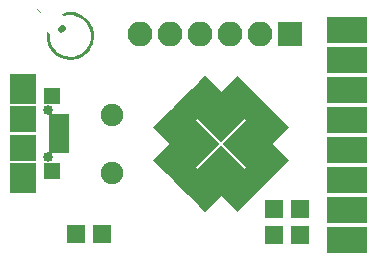
<source format=gts>
%TF.GenerationSoftware,KiCad,Pcbnew,4.0.7*%
%TF.CreationDate,2017-12-01T19:39:18+08:00*%
%TF.ProjectId,ST-Link V2.1,53542D4C696E6B2056322E312E6B6963,rev?*%
%TF.FileFunction,Soldermask,Top*%
%FSLAX46Y46*%
G04 Gerber Fmt 4.6, Leading zero omitted, Abs format (unit mm)*
G04 Created by KiCad (PCBNEW 4.0.7) date 12/01/17 19:39:18*
%MOMM*%
%LPD*%
G01*
G04 APERTURE LIST*
%ADD10C,0.100000*%
%ADD11C,1.900000*%
%ADD12R,2.100000X2.100000*%
%ADD13O,2.100000X2.100000*%
%ADD14R,1.600000X1.600000*%
%ADD15R,2.300000X2.650000*%
%ADD16R,1.400000X1.400000*%
%ADD17C,0.850000*%
%ADD18R,1.750000X0.800000*%
%ADD19R,2.300000X2.300000*%
G04 APERTURE END LIST*
D10*
G36*
X5273082Y-2362661D02*
X5208482Y-2555491D01*
X5238166Y-2715491D01*
X5337701Y-2827916D01*
X5482650Y-2878022D01*
X5648577Y-2851063D01*
X5811049Y-2732295D01*
X5876054Y-2531224D01*
X5841065Y-2370174D01*
X5734677Y-2260968D01*
X5585486Y-2215431D01*
X5422089Y-2245387D01*
X5273082Y-2362661D01*
X5273082Y-2362661D01*
G37*
G36*
X5749180Y-1468164D02*
X5546869Y-1261193D01*
X5760037Y-1192174D01*
X5973234Y-1149508D01*
X6185087Y-1131924D01*
X6394225Y-1138151D01*
X6599275Y-1166917D01*
X6798864Y-1216952D01*
X6991619Y-1286985D01*
X7176168Y-1375743D01*
X7351139Y-1481957D01*
X7515159Y-1604356D01*
X7666856Y-1741667D01*
X7804856Y-1892621D01*
X7927788Y-2055946D01*
X8034279Y-2230370D01*
X8122956Y-2414624D01*
X8192447Y-2607435D01*
X8241380Y-2807533D01*
X8268381Y-3013646D01*
X8272079Y-3224504D01*
X8251100Y-3438836D01*
X8204072Y-3655370D01*
X8129623Y-3872835D01*
X8026380Y-4089960D01*
X7892971Y-4305475D01*
X7748750Y-4491403D01*
X7592132Y-4653913D01*
X7424711Y-4793493D01*
X7248083Y-4910633D01*
X7063840Y-5005825D01*
X6873577Y-5079558D01*
X6678889Y-5132322D01*
X6481368Y-5164608D01*
X6282608Y-5176905D01*
X6084205Y-5169704D01*
X5887752Y-5143494D01*
X5694843Y-5098767D01*
X5507072Y-5036011D01*
X5326034Y-4955718D01*
X5153321Y-4858377D01*
X4990528Y-4744479D01*
X4839250Y-4614513D01*
X4701080Y-4468970D01*
X4577612Y-4308340D01*
X4470441Y-4133113D01*
X4381160Y-3943780D01*
X4311363Y-3740829D01*
X4262645Y-3524752D01*
X4236599Y-3296039D01*
X4234820Y-3055180D01*
X4258901Y-2802664D01*
X4494311Y-2982435D01*
X4484653Y-3195567D01*
X4501415Y-3402761D01*
X4542847Y-3602624D01*
X4607198Y-3793761D01*
X4692717Y-3974776D01*
X4797655Y-4144277D01*
X4920260Y-4300867D01*
X5058783Y-4443152D01*
X5211473Y-4569737D01*
X5376579Y-4679229D01*
X5552352Y-4770231D01*
X5737040Y-4841351D01*
X5928894Y-4891192D01*
X6126163Y-4918360D01*
X6327096Y-4921461D01*
X6529944Y-4899100D01*
X6732955Y-4849883D01*
X6934379Y-4772414D01*
X7132467Y-4665299D01*
X7325467Y-4527143D01*
X7511629Y-4356552D01*
X7689203Y-4152132D01*
X7811643Y-3941284D01*
X7902491Y-3727306D01*
X7963163Y-3512065D01*
X7995075Y-3297427D01*
X7999640Y-3085259D01*
X7978275Y-2877426D01*
X7932396Y-2675795D01*
X7863418Y-2482233D01*
X7772756Y-2298605D01*
X7661826Y-2126779D01*
X7532044Y-1968620D01*
X7384824Y-1825994D01*
X7221582Y-1700769D01*
X7043734Y-1594810D01*
X6852695Y-1509983D01*
X6649881Y-1448156D01*
X6436707Y-1411194D01*
X6214588Y-1400964D01*
X5984941Y-1419332D01*
X5749180Y-1468164D01*
X5749180Y-1468164D01*
G37*
G36*
X3719219Y-1181845D02*
X3115430Y-651689D01*
X3792850Y-1093487D01*
X3719218Y-1181849D01*
X3719219Y-1181845D01*
X3719219Y-1181845D01*
G37*
D11*
X9798600Y-14762400D03*
X9798600Y-9882400D03*
D10*
G36*
X28000000Y-3770000D02*
X28000000Y-1570000D01*
X31400000Y-1570000D01*
X31400000Y-3770000D01*
X28000000Y-3770000D01*
X28000000Y-3770000D01*
G37*
G36*
X28000000Y-6310000D02*
X28000000Y-4110000D01*
X31400000Y-4110000D01*
X31400000Y-6310000D01*
X28000000Y-6310000D01*
X28000000Y-6310000D01*
G37*
G36*
X28000000Y-8850000D02*
X28000000Y-6650000D01*
X31400000Y-6650000D01*
X31400000Y-8850000D01*
X28000000Y-8850000D01*
X28000000Y-8850000D01*
G37*
G36*
X28000000Y-11390000D02*
X28000000Y-9190000D01*
X31400000Y-9190000D01*
X31400000Y-11390000D01*
X28000000Y-11390000D01*
X28000000Y-11390000D01*
G37*
G36*
X28000000Y-13930000D02*
X28000000Y-11730000D01*
X31400000Y-11730000D01*
X31400000Y-13930000D01*
X28000000Y-13930000D01*
X28000000Y-13930000D01*
G37*
G36*
X28000000Y-16470000D02*
X28000000Y-14270000D01*
X31400000Y-14270000D01*
X31400000Y-16470000D01*
X28000000Y-16470000D01*
X28000000Y-16470000D01*
G37*
G36*
X28000000Y-19010000D02*
X28000000Y-16810000D01*
X31400000Y-16810000D01*
X31400000Y-19010000D01*
X28000000Y-19010000D01*
X28000000Y-19010000D01*
G37*
G36*
X28000000Y-21550000D02*
X28000000Y-19350000D01*
X31400000Y-19350000D01*
X31400000Y-21550000D01*
X28000000Y-21550000D01*
X28000000Y-21550000D01*
G37*
D12*
X24835400Y-3027600D03*
D13*
X22295400Y-3027600D03*
X19755400Y-3027600D03*
X17215400Y-3027600D03*
X14675400Y-3027600D03*
X12135400Y-3027600D03*
D14*
X8892000Y-19918600D03*
X6692000Y-19918600D03*
X25680912Y-20006150D03*
X25680912Y-17806150D03*
X23523600Y-20027000D03*
X23523600Y-17827000D03*
D15*
X2200000Y-7650000D03*
X2200000Y-15200000D03*
D16*
X4650000Y-8275000D03*
X4650000Y-14575000D03*
D17*
X4350000Y-9425000D03*
X4350000Y-13425000D03*
D18*
X5300000Y-10125000D03*
X5300000Y-10775000D03*
X5300000Y-11425000D03*
X5300000Y-12075000D03*
X5300000Y-12725000D03*
D19*
X2200000Y-12625000D03*
X2200000Y-10225000D03*
D10*
G36*
X14773553Y-12409128D02*
X13253274Y-10888849D01*
X13748249Y-10393874D01*
X15268528Y-11914153D01*
X14773553Y-12409128D01*
X14773553Y-12409128D01*
G37*
G36*
X15127106Y-12055575D02*
X13606827Y-10535296D01*
X14101802Y-10040321D01*
X15622081Y-11560600D01*
X15127106Y-12055575D01*
X15127106Y-12055575D01*
G37*
G36*
X15480660Y-11702021D02*
X13960381Y-10181742D01*
X14455356Y-9686767D01*
X15975635Y-11207046D01*
X15480660Y-11702021D01*
X15480660Y-11702021D01*
G37*
G36*
X15834213Y-11348468D02*
X14313934Y-9828189D01*
X14808909Y-9333214D01*
X16329188Y-10853493D01*
X15834213Y-11348468D01*
X15834213Y-11348468D01*
G37*
G36*
X16187766Y-10994915D02*
X14667487Y-9474636D01*
X15162462Y-8979661D01*
X16682741Y-10499940D01*
X16187766Y-10994915D01*
X16187766Y-10994915D01*
G37*
G36*
X15516016Y-8626107D02*
X17036295Y-10146386D01*
X16541320Y-10641361D01*
X15021041Y-9121082D01*
X15516016Y-8626107D01*
X15516016Y-8626107D01*
G37*
G36*
X16894873Y-10287808D02*
X15374594Y-8767529D01*
X15869569Y-8272554D01*
X17389848Y-9792833D01*
X16894873Y-10287808D01*
X16894873Y-10287808D01*
G37*
G36*
X17248427Y-9934254D02*
X15728148Y-8413975D01*
X16223123Y-7919000D01*
X17743402Y-9439279D01*
X17248427Y-9934254D01*
X17248427Y-9934254D01*
G37*
G36*
X17601980Y-9580701D02*
X16081701Y-8060422D01*
X16576676Y-7565447D01*
X18096955Y-9085726D01*
X17601980Y-9580701D01*
X17601980Y-9580701D01*
G37*
G36*
X17955533Y-9227148D02*
X16435254Y-7706869D01*
X16930229Y-7211894D01*
X18450508Y-8732173D01*
X17955533Y-9227148D01*
X17955533Y-9227148D01*
G37*
G36*
X18309087Y-8873594D02*
X16788808Y-7353315D01*
X17283783Y-6858340D01*
X18804062Y-8378619D01*
X18309087Y-8873594D01*
X18309087Y-8873594D01*
G37*
G36*
X18662640Y-8520041D02*
X17142361Y-6999762D01*
X17637336Y-6504787D01*
X19157615Y-8025066D01*
X18662640Y-8520041D01*
X18662640Y-8520041D01*
G37*
G36*
X17389848Y-14742581D02*
X15869569Y-16262860D01*
X15374594Y-15767885D01*
X16894873Y-14247606D01*
X17389848Y-14742581D01*
X17389848Y-14742581D01*
G37*
G36*
X17036295Y-14389028D02*
X15516016Y-15909307D01*
X15021041Y-15414332D01*
X16541320Y-13894053D01*
X17036295Y-14389028D01*
X17036295Y-14389028D01*
G37*
G36*
X16682741Y-14035474D02*
X15162462Y-15555753D01*
X14667487Y-15060778D01*
X16187766Y-13540499D01*
X16682741Y-14035474D01*
X16682741Y-14035474D01*
G37*
G36*
X16329188Y-13681921D02*
X14808909Y-15202200D01*
X14313934Y-14707225D01*
X15834213Y-13186946D01*
X16329188Y-13681921D01*
X16329188Y-13681921D01*
G37*
G36*
X15975635Y-13328368D02*
X14455356Y-14848647D01*
X13960381Y-14353672D01*
X15480660Y-12833393D01*
X15975635Y-13328368D01*
X15975635Y-13328368D01*
G37*
G36*
X15622081Y-12974814D02*
X14101802Y-14495093D01*
X13606827Y-14000118D01*
X15127106Y-12479839D01*
X15622081Y-12974814D01*
X15622081Y-12974814D01*
G37*
G36*
X17743402Y-15096135D02*
X16223123Y-16616414D01*
X15728148Y-16121439D01*
X17248427Y-14601160D01*
X17743402Y-15096135D01*
X17743402Y-15096135D01*
G37*
G36*
X15268528Y-12621261D02*
X13748249Y-14141540D01*
X13253274Y-13646565D01*
X14773553Y-12126286D01*
X15268528Y-12621261D01*
X15268528Y-12621261D01*
G37*
G36*
X18096955Y-15449688D02*
X16576676Y-16969967D01*
X16081701Y-16474992D01*
X17601980Y-14954713D01*
X18096955Y-15449688D01*
X18096955Y-15449688D01*
G37*
G36*
X18450508Y-15803241D02*
X16930229Y-17323520D01*
X16435254Y-16828545D01*
X17955533Y-15308266D01*
X18450508Y-15803241D01*
X18450508Y-15803241D01*
G37*
G36*
X18804062Y-16156795D02*
X17283783Y-17677074D01*
X16788808Y-17182099D01*
X18309087Y-15661820D01*
X18804062Y-16156795D01*
X18804062Y-16156795D01*
G37*
G36*
X19157615Y-16510348D02*
X17637336Y-18030627D01*
X17142361Y-17535652D01*
X18662640Y-16015373D01*
X19157615Y-16510348D01*
X19157615Y-16510348D01*
G37*
G36*
X22516372Y-15909307D02*
X20996093Y-14389028D01*
X21491068Y-13894053D01*
X23011347Y-15414332D01*
X22516372Y-15909307D01*
X22516372Y-15909307D01*
G37*
G36*
X22162819Y-16262860D02*
X20642540Y-14742581D01*
X21137515Y-14247606D01*
X22657794Y-15767885D01*
X22162819Y-16262860D01*
X22162819Y-16262860D01*
G37*
G36*
X21809265Y-16616414D02*
X20288986Y-15096135D01*
X20783961Y-14601160D01*
X22304240Y-16121439D01*
X21809265Y-16616414D01*
X21809265Y-16616414D01*
G37*
G36*
X21455712Y-16969967D02*
X19935433Y-15449688D01*
X20430408Y-14954713D01*
X21950687Y-16474992D01*
X21455712Y-16969967D01*
X21455712Y-16969967D01*
G37*
G36*
X21102159Y-17323520D02*
X19581880Y-15803241D01*
X20076855Y-15308266D01*
X21597134Y-16828545D01*
X21102159Y-17323520D01*
X21102159Y-17323520D01*
G37*
G36*
X20748605Y-17677074D02*
X19228326Y-16156795D01*
X19723301Y-15661820D01*
X21243580Y-17182099D01*
X20748605Y-17677074D01*
X20748605Y-17677074D01*
G37*
G36*
X20395052Y-18030627D02*
X18874773Y-16510348D01*
X19369748Y-16015373D01*
X20890027Y-17535652D01*
X20395052Y-18030627D01*
X20395052Y-18030627D01*
G37*
G36*
X22869926Y-15555753D02*
X21349647Y-14035474D01*
X21844622Y-13540499D01*
X23364901Y-15060778D01*
X22869926Y-15555753D01*
X22869926Y-15555753D01*
G37*
G36*
X23223479Y-15202200D02*
X21703200Y-13681921D01*
X22198175Y-13186946D01*
X23718454Y-14707225D01*
X23223479Y-15202200D01*
X23223479Y-15202200D01*
G37*
G36*
X23577032Y-14848647D02*
X22056753Y-13328368D01*
X22551728Y-12833393D01*
X24072007Y-14353672D01*
X23577032Y-14848647D01*
X23577032Y-14848647D01*
G37*
G36*
X23930586Y-14495093D02*
X22410307Y-12974814D01*
X22905282Y-12479839D01*
X24425561Y-14000118D01*
X23930586Y-14495093D01*
X23930586Y-14495093D01*
G37*
G36*
X24284139Y-14141540D02*
X22763860Y-12621261D01*
X23258835Y-12126286D01*
X24779114Y-13646565D01*
X24284139Y-14141540D01*
X24284139Y-14141540D01*
G37*
G36*
X22657794Y-8767529D02*
X21137515Y-10287808D01*
X20642540Y-9792833D01*
X22162819Y-8272554D01*
X22657794Y-8767529D01*
X22657794Y-8767529D01*
G37*
G36*
X23011347Y-9121082D02*
X21491068Y-10641361D01*
X20996093Y-10146386D01*
X22516372Y-8626107D01*
X23011347Y-9121082D01*
X23011347Y-9121082D01*
G37*
G36*
X22304240Y-8413975D02*
X20783961Y-9934254D01*
X20288986Y-9439279D01*
X21809265Y-7919000D01*
X22304240Y-8413975D01*
X22304240Y-8413975D01*
G37*
G36*
X21950687Y-8060422D02*
X20430408Y-9580701D01*
X19935433Y-9085726D01*
X21455712Y-7565447D01*
X21950687Y-8060422D01*
X21950687Y-8060422D01*
G37*
G36*
X21597134Y-7706869D02*
X20076855Y-9227148D01*
X19581880Y-8732173D01*
X21102159Y-7211894D01*
X21597134Y-7706869D01*
X21597134Y-7706869D01*
G37*
G36*
X21243580Y-7353315D02*
X19723301Y-8873594D01*
X19228326Y-8378619D01*
X20748605Y-6858340D01*
X21243580Y-7353315D01*
X21243580Y-7353315D01*
G37*
G36*
X20890027Y-6999762D02*
X19369748Y-8520041D01*
X18874773Y-8025066D01*
X20395052Y-6504787D01*
X20890027Y-6999762D01*
X20890027Y-6999762D01*
G37*
G36*
X23364901Y-9474636D02*
X21844622Y-10994915D01*
X21349647Y-10499940D01*
X22869926Y-8979661D01*
X23364901Y-9474636D01*
X23364901Y-9474636D01*
G37*
G36*
X23718454Y-9828189D02*
X22198175Y-11348468D01*
X21703200Y-10853493D01*
X23223479Y-9333214D01*
X23718454Y-9828189D01*
X23718454Y-9828189D01*
G37*
G36*
X24072007Y-10181742D02*
X22551728Y-11702021D01*
X22056753Y-11207046D01*
X23577032Y-9686767D01*
X24072007Y-10181742D01*
X24072007Y-10181742D01*
G37*
G36*
X24425561Y-10535296D02*
X22905282Y-12055575D01*
X22410307Y-11560600D01*
X23930586Y-10040321D01*
X24425561Y-10535296D01*
X24425561Y-10535296D01*
G37*
G36*
X24779114Y-10888849D02*
X23258835Y-12409128D01*
X22763860Y-11914153D01*
X24284139Y-10393874D01*
X24779114Y-10888849D01*
X24779114Y-10888849D01*
G37*
G36*
X16824163Y-14318317D02*
X14773553Y-12267707D01*
X16824163Y-10217097D01*
X18874773Y-12267707D01*
X16824163Y-14318317D01*
X16824163Y-14318317D01*
G37*
G36*
X21208225Y-14318317D02*
X19157615Y-12267707D01*
X21208225Y-10217097D01*
X23258835Y-12267707D01*
X21208225Y-14318317D01*
X21208225Y-14318317D01*
G37*
G36*
X19016194Y-12126286D02*
X16965584Y-10075676D01*
X19016194Y-8025066D01*
X21066804Y-10075676D01*
X19016194Y-12126286D01*
X19016194Y-12126286D01*
G37*
G36*
X19016194Y-16510348D02*
X16965584Y-14459738D01*
X19016194Y-12409128D01*
X21066804Y-14459738D01*
X19016194Y-16510348D01*
X19016194Y-16510348D01*
G37*
M02*

</source>
